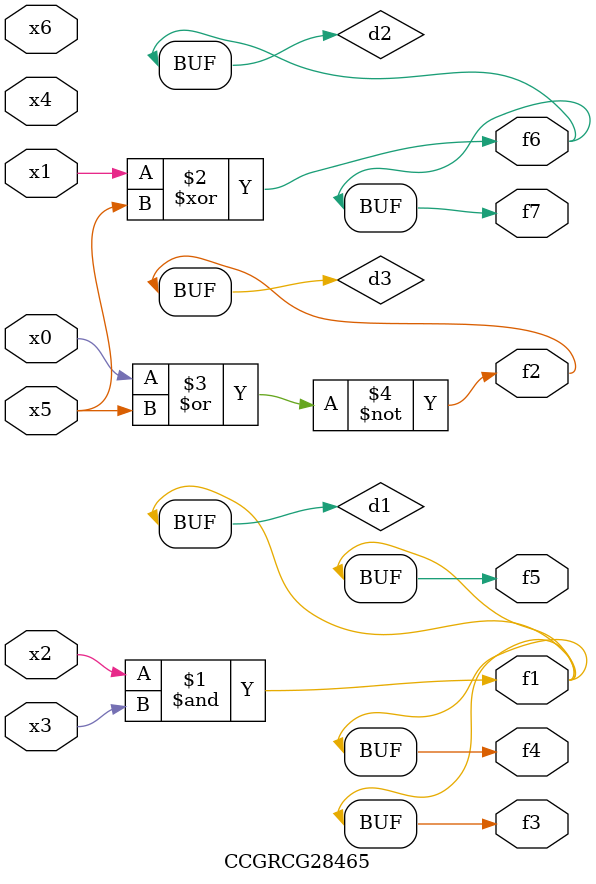
<source format=v>
module CCGRCG28465(
	input x0, x1, x2, x3, x4, x5, x6,
	output f1, f2, f3, f4, f5, f6, f7
);

	wire d1, d2, d3;

	and (d1, x2, x3);
	xor (d2, x1, x5);
	nor (d3, x0, x5);
	assign f1 = d1;
	assign f2 = d3;
	assign f3 = d1;
	assign f4 = d1;
	assign f5 = d1;
	assign f6 = d2;
	assign f7 = d2;
endmodule

</source>
